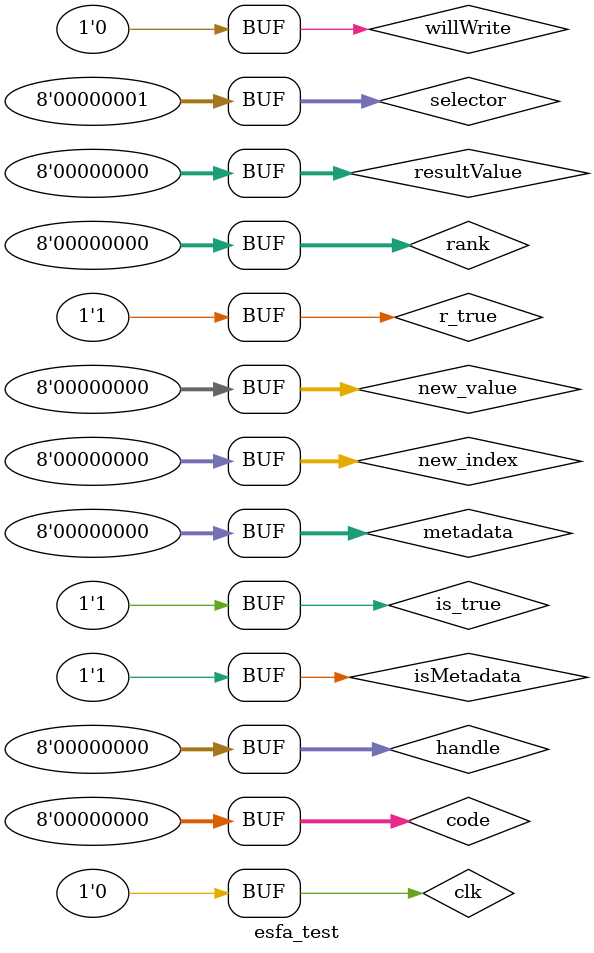
<source format=v>
`timescale 1ns / 1ps


module esfa_test;
    
    reg[0:0] clk = 0;
    reg[0:0] willWrite = 0;
    reg[7:0] new_index = 0;
    reg[7:0] new_value = 0;
    reg[7:0] metadata = 0;
    reg[0:0] isMetadata = 0;
    reg[7:0] rank = 0;
    reg[7:0] code = 0;
    reg[7:0] handle = 0;
    wire[0:0] resultBool;
    wire[7:0] resultValue;
    reg[7:0] selector = 0;
    
    reg[0:0] r_true = 1;
    wire is_true;
    assign is_true = r_true;
    
    always begin
        clk = 1; #14;
        clk = 0; #14;
    end
    
 
    assert a0(.clk(clk), .test(is_true));
    
    ESFADesign l1(
        .clk(clk),
        .in_willWrite(willWrite),
        .new_index(new_index),
        .new_value(new_value),
        .metadata(metadata),
        .isMetadata(isMetadata),
        .resultBool(resultBool),
        .resultValue(resultValue),
        .selector(selector)  
    );
    
    
    initial
    begin
        // update Basic test
        $display("update basic test, begin");
        #420 //wait for reset to complete
        r_true = (l1.reset == 0); #168
        r_true = (l1.c0.new_rank == 0); #168
        $display("assertions working correctly");
        
        //ESFAArrayOp().update(emptyArrayState, None, 0, 5)
        new_index = 0;
        new_value = 5;
        isMetadata = 1'b0;
        selector = 5;
        #168;
        r_true = (resultBool == 1); #168;
        r_true = (resultValue == 0); #168;
        r_true = 1;
        willWrite = 1;
        metadata = resultValue;
        isMetadata = resultBool;
        selector = 0;
        #168;
        isMetadata = 0;
        new_index = 0; 
        selector = 3;
        // CRITICAL FOR FUNCTIONAL TESTING: WILL_WRITE SHOULD ONLY BE HIGH FOR ONE CYCLE  
        willWrite = 0;
        #28;
        willWrite = 1;
        #28; // allow a cycle for outputs to stabilize, then write 
        willWrite = 0;
        #392
        willWrite = 0;
        
        
        
        r_true = (l1.c0.new_arrDef == 1'b1); #168
        r_true = (l1.c0.new_eltDef == 1'b1); #168
        r_true = (l1.c0.new_mark == 1'b0); #168
        r_true = (l1.c0.new_index == 0); #168
        r_true = (l1.c0.new_value == 5); #168
        r_true = (l1.c0.new_rank == 1); #168
        r_true = (l1.c0.new_low == 0); #168
        r_true = (l1.c0.new_high == 0); #168
        r_true = (resultValue == 0); #168
        r_true = 1;
       
        //ESFAArrayOp().update(state_and_handle._1, Some(0), 2, 10)
        isMetadata = 1'b1;
        metadata = 0;
        selector = 2;
        #168;
        r_true = (resultBool); #168;
        r_true = 1;
        code = resultValue;
        r_true = (code == 0); #168;
        r_true = 1;
        selector = 6;
        #168;
        r_true = (resultBool); #168;
        r_true = (resultValue == 1); #168;
        r_true = 1;
        rank = resultValue;
        r_true = (rank == 1); #168;
        r_true = 1;
        selector = 5;
        #168;
        r_true = (resultBool); #168;
        r_true = (resultValue == 1); #168;
        r_true = 1;
        metadata = resultValue;
        isMetadata = 1'b1;
        new_index = 2;
        new_value = 8'b1010;
        selector = 0;
        willWrite = 1;
        #168;
        willWrite = 0;
        new_index = 1; //we know from previous markAvailable that handle 1 was open, and we wrote to it
        metadata = code;
        new_value = rank;
        selector = 3;
        willWrite = 0;
        #28; // allow a cycle for outputs to stabilize, then write 
        willWrite = 1;
        #28; 
        willWrite = 0;
        #392;
        willWrite = 0;
        r_true = (resultBool); #168;
        r_true = 1;
      
        r_true = (l1.c0.new_arrDef == 1'b1); #168;
        r_true = (l1.c0.new_eltDef == 1'b1); #168;
        r_true = (l1.c0.new_mark == 1'b0); #168;
        r_true = (l1.c0.new_index == 0); #168;
        r_true = (l1.c0.new_value == 5); #168;
        r_true = (l1.c0.new_rank == 1); #168;
        r_true = (l1.c0.new_low == 0); #168;
        r_true = (l1.c0.new_high == 1); #168;
        
        r_true = (l1.c1.new_arrDef == 1'b1); #168;
        r_true = (l1.c1.new_eltDef == 1'b1); #168;
        r_true = (l1.c1.new_mark == 1'b0); #168;
        r_true = (l1.c1.new_index == 2); #168;
        r_true = (l1.c1.new_value == 8'b1010); #168;
        r_true = (l1.c1.new_rank == 2); #168;
        r_true = (l1.c1.new_low == 1); #168;
        r_true = (l1.c1.new_high == 1); #168;
        r_true = 1; 
        
        //ESFAArrayOp().update(state_and_handle._1, None, 4, 10)
        selector = 5;
        #168;
        r_true = (resultBool == 1); #168
        r_true = (resultValue == 2); #168
        r_true = 1;
        
        selector = 0;
        willWrite = 1;
        new_index = 4;
        new_value = 8'b1010;
        isMetadata = 1'b1;
        metadata = 2;
        #168;
        isMetadata = 0;
        new_index = 2; 
        selector = 3;
        willWrite = 0;
        #28; // allow a cycle for outputs to stabilize, then write 
        willWrite = 1;
        #28; 
        willWrite = 0;
        #392;
        
        r_true = (l1.c0.new_arrDef == 1'b1); #168;
        r_true = (l1.c0.new_eltDef == 1'b1); #168;
        r_true = (l1.c0.new_mark == 1'b0); #168;
        r_true = (l1.c0.new_index == 0); #168;
        r_true = (l1.c0.new_value == 5); #168;
        r_true = (l1.c0.new_rank == 1); #168;
        r_true = (l1.c0.new_low == 0); #168;
        r_true = (l1.c0.new_high == 1); #168;
        r_true = (l1.c0.handle == 0); #168;
        
        r_true = (l1.c1.new_arrDef == 1'b1); #168;
        r_true = (l1.c1.new_eltDef == 1'b1); #168;
        r_true = (l1.c1.new_mark == 1'b0); #168;
        r_true = (l1.c1.new_index == 2); #168;
        r_true = (l1.c1.new_value == 8'b1010); #168;
        r_true = (l1.c1.new_rank == 2); #168;
        r_true = (l1.c1.new_low == 1); #168;
        r_true = (l1.c1.new_high == 1); #168;
        r_true = (l1.c1.handle == 1); #168;
        
        r_true = (l1.c2.new_arrDef == 1'b1); #168;
        r_true = (l1.c2.new_eltDef == 1'b1); #168;
        r_true = (l1.c2.new_mark == 1'b0); #168;
        r_true = (l1.c2.new_index == 4); #168;
        r_true = (l1.c2.new_value == 8'b1010); #168;
        r_true = (l1.c2.new_rank == 1); #168;
        r_true = (l1.c2.new_low == 2); #168;
        r_true = (l1.c2.new_high == 2); #168;
        r_true = (l1.c2.handle == 2); #168;
        r_true = 1;
 
        
        //state_and_handle = ESFAArrayOp().update(state_and_handle._1, Some(2), 10, 21)
        isMetadata = 1;
        metadata = 2;
        selector = 2;
        #168;
        code = resultValue;
        r_true = (code == 2); #168;
        r_true = 1;
        selector = 6;
        #168;
        rank = resultValue;
        r_true = (rank == 1); #168;
        r_true = 1;
        selector = 5;
        #168;
        r_true = (resultValue == 3); #168;
        r_true = 1;
        isMetadata = 1;
        metadata = 3;
        new_index = 8'b1010;
        new_value = 8'b10101;
        selector = 0;
        willWrite = 1;
        #168
        willWrite = 0;
        new_index = 3;
        isMetadata = 1;
        metadata = code;
        new_value = rank;
        selector = 3;
        willWrite = 0;
        #28; // allow a cycle for outputs to stabilize, then write 
        willWrite = 1;
        #28; 
        willWrite = 0;
        #392;

        r_true = (l1.c0.new_arrDef == 1'b1); #168;
        r_true = (l1.c0.new_eltDef == 1'b1); #168;
        r_true = (l1.c0.new_mark == 1'b0); #168;
        r_true = (l1.c0.new_index == 0); #168;
        r_true = (l1.c0.new_value == 5); #168;
        r_true = (l1.c0.new_rank == 1); #168;
        r_true = (l1.c0.new_low == 0); #168;
        r_true = (l1.c0.new_high == 1); #168;
        r_true = (l1.c0.handle == 0); #168;
        
        r_true = (l1.c1.new_arrDef == 1'b1); #168;
        r_true = (l1.c1.new_eltDef == 1'b1); #168;
        r_true = (l1.c1.new_mark == 1'b0); #168;
        r_true = (l1.c1.new_index == 2); #168;
        r_true = (l1.c1.new_value == 8'b1010); #168;
        r_true = (l1.c1.new_rank == 2); #168;
        r_true = (l1.c1.new_low == 1); #168;
        r_true = (l1.c1.new_high == 1); #168;
        r_true = (l1.c1.handle == 1); #168;
        
        r_true = (l1.c3.new_arrDef == 1'b1); #168;
        r_true = (l1.c3.new_eltDef == 1'b1); #168;
        r_true = (l1.c3.new_mark == 1'b0); #168;
        r_true = (l1.c3.new_index == 8'b1010); #168;
        r_true = (l1.c3.new_value == 8'b10101); #168;
        r_true = (l1.c3.new_rank == 2); #168;
        r_true = (l1.c3.new_low == 3); #168;
        r_true = (l1.c3.new_high == 3); #168;
        r_true = (l1.c3.handle == 3); #168;
        
        r_true = (l1.c2.new_arrDef == 1'b1); #168;
        r_true = (l1.c2.new_eltDef == 1'b1); #168;
        r_true = (l1.c2.new_mark == 1'b0); #168;
        r_true = (l1.c2.new_index == 4); #168;
        r_true = (l1.c2.new_value == 8'b1010); #168;
        r_true = (l1.c2.new_rank == 1); #168;
        r_true = (l1.c2.new_low == 2); #168;
        r_true = (l1.c2.new_high == 3); #168;
        r_true = (l1.c2.handle == 2); #168;
        
        r_true = resultBool; #168;
        r_true = 1;
        
        //ESFAArrayOp().update(state_and_handle._1, Some(1), 9, 5)
        isMetadata = 1;
        metadata = 1;
        selector = 2;
        #168;
        code = resultValue;
        selector = 6;
        #168;
        rank = resultValue;
        selector = 5;
        #168;
        isMetadata = 1;
        handle = resultValue;
        metadata = resultValue;
        new_index = 8'b1001;
        new_value = 8'b101;
        selector = 0;
        willWrite = 1;
        #168
        willWrite = 0;
        new_index = handle;
        isMetadata = 1;
        metadata = code;
        new_value = rank;
        selector = 3;
        willWrite = 0;
        #28; // allow a cycle for outputs to stabilize, then write 
        willWrite = 1;
        #28; 
        willWrite = 0;
        willWrite = 0;
        #392;
        r_true = (l1.c0.new_arrDef == 1'b1); #168;
        r_true = (l1.c0.new_eltDef == 1'b1); #168;
        r_true = (l1.c0.new_mark == 1'b0); #168;
        r_true = (l1.c0.new_index == 0); #168;
        r_true = (l1.c0.new_value == 5); #168;
        r_true = (l1.c0.new_rank == 1); #168;
        r_true = (l1.c0.new_low == 0); #168;
        r_true = (l1.c0.new_high == 2); #168;
        r_true = (l1.c0.handle == 0); #168;
        r_true = (l1.c0.new_array_code == 0); #168;
        
        r_true = (l1.c1.new_arrDef == 1'b1); #168;
        r_true = (l1.c1.new_eltDef == 1'b1); #168;
        r_true = (l1.c1.new_mark == 1'b0); #168;
        r_true = (l1.c1.new_index == 2); #168;
        r_true = (l1.c1.new_value == 10); #168;
        r_true = (l1.c1.new_rank == 2); #168;
        r_true = (l1.c1.new_low == 1); #168;
        r_true = (l1.c1.new_high == 2); #168;
        r_true = (l1.c1.handle == 1); #168;
        r_true = (l1.c1.new_array_code == 1); #168;
        
        r_true = (l1.c3.new_arrDef == 1'b1); #168;
        r_true = (l1.c3.new_eltDef == 1'b1); #168;
        r_true = (l1.c3.new_mark == 1'b0); #168;
        r_true = (l1.c3.new_index == 10); #168;
        r_true = (l1.c3.new_value == 21); #168;
        r_true = (l1.c3.new_rank == 2); #168;
        r_true = (l1.c3.new_low == 4); #168;
        r_true = (l1.c3.new_high == 4); #168;
        r_true = (l1.c3.handle == 3); #168;
        r_true = (l1.c3.new_array_code == 4); #168;
        
        r_true = (l1.c2.new_arrDef == 1'b1); #168;
        r_true = (l1.c2.new_eltDef == 1'b1); #168;
        r_true = (l1.c2.new_mark == 1'b0); #168;
        r_true = (l1.c2.new_index == 4); #168;
        r_true = (l1.c2.new_value == 10); #168;
        r_true = (l1.c2.new_rank == 1); #168;
        r_true = (l1.c2.new_low == 3); #168;
        r_true = (l1.c2.new_high == 4); #168;
        r_true = (l1.c2.handle == 2); #168;
        r_true = (l1.c2.new_array_code == 3); #168;
        
        r_true = (l1.c4.new_arrDef == 1'b1); #168;
        r_true = (l1.c4.new_eltDef == 1'b1); #168;
        r_true = (l1.c4.new_mark == 1'b0); #168;
        r_true = (l1.c4.new_index == 9); #168;
        r_true = (l1.c4.new_value == 5); #168;
        r_true = (l1.c4.new_rank == 3); #168;
        r_true = (l1.c4.new_low == 2); #168;
        r_true = (l1.c4.new_high == 2); #168;
        r_true = (l1.c4.handle == 4); #168;
        r_true = (l1.c4.new_array_code == 2); #168;
        
        r_true = resultBool; #168;
        r_true = 1;
        
        //ESFAArrayOp().update(state_and_handle._1, Some(1), 11, 14)
        isMetadata = 1;
        metadata = 1;
        selector = 2;
        #168;
        code = resultValue;
        selector = 6;
        #168;
        rank = resultValue;
        selector = 5;
        #168;
        isMetadata = 1;
        handle = resultValue;
        metadata = resultValue;
        new_index = 8'b1011;
        new_value = 8'b1110;
        selector = 0;
        willWrite = 1;
        #168
        willWrite = 0;
        new_index = handle;
        isMetadata = 1;
        metadata = code;
        new_value = rank;
        selector = 3;
        willWrite = 0;
        #28; // allow a cycle for outputs to stabilize, then write 
        willWrite = 1;
        #28; 
        willWrite = 0;
        #392;
        
        r_true = (l1.c0.new_arrDef == 1'b1); #168;
        r_true = (l1.c0.new_eltDef == 1'b1); #168;
        r_true = (l1.c0.new_mark == 1'b0); #168;
        r_true = (l1.c0.new_index == 0); #168;
        r_true = (l1.c0.new_value == 5); #168;
        r_true = (l1.c0.new_rank == 1); #168;
        r_true = (l1.c0.new_low == 0); #168;
        r_true = (l1.c0.new_high == 3); #168;
        r_true = (l1.c0.handle == 0); #168;
        r_true = (l1.c0.new_array_code == 0); #168;
        
        r_true = (l1.c1.new_arrDef == 1'b1); #168;
        r_true = (l1.c1.new_eltDef == 1'b1); #168;
        r_true = (l1.c1.new_mark == 1'b0); #168;
        r_true = (l1.c1.new_index == 2); #168;
        r_true = (l1.c1.new_value == 10); #168;
        r_true = (l1.c1.new_rank == 2); #168;
        r_true = (l1.c1.new_low == 1); #168;
        r_true = (l1.c1.new_high == 3); #168;
        r_true = (l1.c1.handle == 1); #168;
        r_true = (l1.c1.new_array_code == 1); #168;
        
        r_true = (l1.c3.new_arrDef == 1'b1); #168;
        r_true = (l1.c3.new_eltDef == 1'b1); #168;
        r_true = (l1.c3.new_mark == 1'b0); #168;
        r_true = (l1.c3.new_index == 10); #168;
        r_true = (l1.c3.new_value == 21); #168;
        r_true = (l1.c3.new_rank == 2); #168;
        r_true = (l1.c3.new_low == 5); #168;
        r_true = (l1.c3.new_high == 5); #168;
        r_true = (l1.c3.handle == 3); #168;
        r_true = (l1.c3.new_array_code == 5); #168;
        
        r_true = (l1.c2.new_arrDef == 1'b1); #168;
        r_true = (l1.c2.new_eltDef == 1'b1); #168;
        r_true = (l1.c2.new_mark == 1'b0); #168;
        r_true = (l1.c2.new_index == 4); #168;
        r_true = (l1.c2.new_value == 10); #168;
        r_true = (l1.c2.new_rank == 1); #168;
        r_true = (l1.c2.new_low == 4); #168;
        r_true = (l1.c2.new_high == 5); #168;
        r_true = (l1.c2.handle == 2); #168;
        r_true = (l1.c2.new_array_code == 4); #168;
        
        r_true = (l1.c4.new_arrDef == 1'b1); #168;
        r_true = (l1.c4.new_eltDef == 1'b1); #168;
        r_true = (l1.c4.new_mark == 1'b0); #168;
        r_true = (l1.c4.new_index == 9); #168;
        r_true = (l1.c4.new_value == 5); #168;
        r_true = (l1.c4.new_rank == 3); #168;
        r_true = (l1.c4.new_low == 3); #168;
        r_true = (l1.c4.new_high == 3); #168;
        r_true = (l1.c4.handle == 4); #168;
        r_true = (l1.c4.new_array_code == 3); #168;
        
        r_true = (l1.c5.new_arrDef == 1'b1); #168;
        r_true = (l1.c5.new_eltDef == 1'b1); #168;
        r_true = (l1.c5.new_mark == 1'b0); #168;
        r_true = (l1.c5.new_index == 11); #168;
        r_true = (l1.c5.new_value == 14); #168;
        r_true = (l1.c5.new_rank == 3); #168;
        r_true = (l1.c5.new_low == 2); #168;
        r_true = (l1.c5.new_high == 2); #168;
        r_true = (l1.c5.handle == 5); #168;
        r_true = (l1.c5.new_array_code == 2); #168;
        
        r_true = resultBool;
        
        // ESFAArrayOp().lookUp(state_and_handle._1, 0, 0)
        isMetadata = 1;
        metadata = 0;
        selector = 2;
        #168;
        code = resultValue;
        metadata = code;
        isMetadata = 1;
        new_index = 0;
        selector = 1;
        #168
        
        r_true = resultBool; #168;
        r_true = (resultValue == 5); #168;
        r_true = 1;
        
        //ESFAArrayOp().lookUp(state_and_handle._1, 1, 0)
        isMetadata = 1;
        metadata = 1;
        selector = 2;
        #168;
        code = resultValue;
        metadata = code;
        isMetadata = 1;
        new_index = 0;
        selector = 1;
        #168
        
        r_true = resultBool; #168
        r_true = (resultValue == 5); #168
        r_true = 1;
        
        //ESFAArrayOp().lookUp(state_and_handle._1, 1, 2) 
        isMetadata = 1;
        metadata = 1;
        selector = 2;
        #168;
        code = resultValue;
        metadata = code;
        isMetadata = 1;
        new_index = 2;
        selector = 1;
        #168
        
        r_true = resultBool; #168;
        r_true = (resultValue == 10); #168;
        r_true = 1;
        
        //ESFAArrayOp().lookUp(state_and_handle._1, 3, 4)
        isMetadata = 1;
        metadata = 3;
        selector = 2;
        #168;
        code = resultValue;
        metadata = code;
        isMetadata = 1;
        new_index = 4;
        selector = 1;
        #168
        
        r_true = resultBool; #168;
        r_true = (resultValue == 10); #168;
        r_true = 1;
        
        //ESFAArrayOp().lookUp(state_and_handle._1, 5, 2)
        isMetadata = 1;
        metadata = 5;
        selector = 2;
        #168;
        code = resultValue;
        metadata = code;
        isMetadata = 1;
        new_index = 2;
        selector = 1;
        #168
        
        r_true = resultBool; #168;
        r_true = (resultValue == 10); #168;
        r_true = 1;
        
        //ESFAArrayOp().lookUp(state_and_handle._1, 5, 1)
        isMetadata = 1;
        metadata = 5;
        selector = 2;
        #168;
        code = resultValue;
        metadata = code;
        isMetadata = 1;
        new_index = 1;
        selector = 1;
        #168

        r_true = (resultBool == 0); #168; //there is no value with index 1 in sixth array 
        
        //ESFAArrayOp().delete(state_and_handle._1, 1)
        isMetadata = 1;
        metadata = 1;
        selector = 2;
        #168;
        
        code = resultValue;
        selector = 4;
        new_index = 1;
        metadata = code;
        
        willWrite = 0;
        #28;
        willWrite = 1;
        #28; // allow a cycle for outputs to stabilize, then write 
        willWrite = 0;
        #392;
        r_true = resultBool; #168;
        r_true = 1;
        
        
        r_true = (l1.c0.new_arrDef == 1'b1); #168;
        r_true = (l1.c0.new_eltDef == 1'b1); #168;
        r_true = (l1.c0.new_mark == 1'b0); #168;
        r_true = (l1.c0.new_index == 0); #168;
        r_true = (l1.c0.new_value == 5); #168;
        r_true = (l1.c0.new_rank == 1); #168;
        r_true = (l1.c0.new_low == 0); #168;
        r_true = (l1.c0.new_high == 2); #168;
        r_true = (l1.c0.handle == 0); #168;
        r_true = (l1.c0.new_array_code == 0); #168;
        
        r_true = (l1.c1.new_arrDef == 1'b0); #168;
        r_true = (l1.c1.new_eltDef == 1'b1); #168;
        r_true = (l1.c1.new_mark == 1'b0); #168;
        r_true = (l1.c1.new_index == 2); #168;
        r_true = (l1.c1.new_value == 10); #168;
        r_true = (l1.c1.new_rank == 0); #168;
        r_true = (l1.c1.new_low == 1); #168;
        r_true = (l1.c1.new_high == 2); #168;
        r_true = (l1.c1.handle == 1); #168;
        r_true = (l1.c1.new_array_code == 1); #168;
        
        r_true = (l1.c3.new_arrDef == 1'b1); #168;
        r_true = (l1.c3.new_eltDef == 1'b1); #168;
        r_true = (l1.c3.new_mark == 1'b0); #168;
        r_true = (l1.c3.new_index == 10); #168;
        r_true = (l1.c3.new_value == 21); #168;
        r_true = (l1.c3.new_rank == 2); #168;
        r_true = (l1.c3.new_low == 4); #168;
        r_true = (l1.c3.new_high == 4); #168;
        r_true = (l1.c3.handle == 3); #168;
        r_true = (l1.c3.new_array_code == 4); #168;
        
        r_true = (l1.c2.new_arrDef == 1'b1); #168;
        r_true = (l1.c2.new_eltDef == 1'b1); #168;
        r_true = (l1.c2.new_mark == 1'b0); #168;
        r_true = (l1.c2.new_index == 4); #168;
        r_true = (l1.c2.new_value == 10); #168;
        r_true = (l1.c2.new_rank == 1); #168;
        r_true = (l1.c2.new_low == 3); #168;
        r_true = (l1.c2.new_high == 4); #168;
        r_true = (l1.c2.handle == 2); #168;
        r_true = (l1.c2.new_array_code == 3); #168;
        
        r_true = (l1.c4.new_arrDef == 1'b1); #168;
        r_true = (l1.c4.new_eltDef == 1'b1); #168;
        r_true = (l1.c4.new_mark == 1'b0); #168;
        r_true = (l1.c4.new_index == 9); #168;
        r_true = (l1.c4.new_value == 5); #168;
        r_true = (l1.c4.new_rank == 3); #168;
        r_true = (l1.c4.new_low == 2); #168;
        r_true = (l1.c4.new_high == 2); #168;
        r_true = (l1.c4.handle == 4); #168;
        r_true = (l1.c4.new_array_code == 2); #168;
        
        r_true = (l1.c5.new_arrDef == 1'b1); #168;
        r_true = (l1.c5.new_eltDef == 1'b1); #168;
        r_true = (l1.c5.new_mark == 1'b0); #168;
        r_true = (l1.c5.new_index == 11); #168;
        r_true = (l1.c5.new_value == 14); #168;
        r_true = (l1.c5.new_rank == 3); #168;
        r_true = (l1.c5.new_low == 1); #168;
        r_true = (l1.c5.new_high == 1); #168;
        r_true = (l1.c5.handle == 5); #168;
        r_true = (l1.c5.new_array_code == 1); #168;
        r_true = 1;
        
        //ESFAArrayOp().delete(post_deletion_state, 4)
        isMetadata = 1;
        metadata = 4;
        selector = 2;
        #168;
        
        code = resultValue;
        selector = 4;
        new_index = 4;
        metadata = code;
        
        willWrite = 0;
        #28;
        willWrite = 1;
        #28; // allow a cycle for outputs to stabilize, then write 
        willWrite = 0;
        #392
        r_true = resultBool; #168;
        r_true = 1;
        
        //ESFAArrayOp().delete(post_deletion_state, 5)
        isMetadata = 1;
        metadata = 5;
        selector = 2;
        #168;
        
        code = resultValue;
        selector = 4;
        new_index = 5;
        metadata = code;
        
        willWrite = 0;
        #28;
        willWrite = 1;
        #28; // allow a cycle for outputs to stabilize, then write 
        willWrite = 0;
        #392;
        r_true = resultBool; #168;
        r_true = 1;
        
        r_true = (l1.c0.new_arrDef == 1'b1); #168
        r_true = (l1.c0.new_eltDef == 1'b1); #168
        r_true = (l1.c0.new_mark == 1'b0); #168
        r_true = (l1.c0.new_index == 0); #168
        r_true = (l1.c0.new_value == 5); #168
        r_true = (l1.c0.new_rank == 1); #168
        r_true = (l1.c0.new_low == 0); #168
        r_true = (l1.c0.new_high == 0); #168
        r_true = (l1.c0.handle == 0); #168
        r_true = (l1.c0.new_array_code == 0); #168
        
        r_true = (l1.c1.new_arrDef == 1'b0); #168
        r_true = (l1.c1.new_eltDef == 1'b0); #168
        r_true = (l1.c1.new_mark == 1'b0); #168
        
        r_true = (l1.c3.new_arrDef == 1'b1); #168
        r_true = (l1.c3.new_eltDef == 1'b1); #168
        r_true = (l1.c3.new_mark == 1'b0); #168
        r_true = (l1.c3.new_index == 10); #168
        r_true = (l1.c3.new_value == 21); #168
        r_true = (l1.c3.new_rank == 2); #168
        r_true = (l1.c3.new_low == 2); #168
        r_true = (l1.c3.new_high == 2); #168
        r_true = (l1.c3.handle == 3); #168
        r_true = (l1.c3.new_array_code == 2); #168
        
        r_true = (l1.c2.new_arrDef == 1'b1); #168
        r_true = (l1.c2.new_eltDef == 1'b1); #168
        r_true = (l1.c2.new_mark == 1'b0); #168
        r_true = (l1.c2.new_index == 4); #168
        r_true = (l1.c2.new_value == 10); #168
        r_true = (l1.c2.new_rank == 1); #168
        r_true = (l1.c2.new_low == 1); #168
        r_true = (l1.c2.new_high == 2); #168
        r_true = (l1.c2.handle == 2); #168
        r_true = (l1.c2.new_array_code == 1); #168
        
        r_true = (l1.c4.new_arrDef == 1'b0); #168
        r_true = (l1.c4.new_eltDef == 1'b0); #168
        r_true = (l1.c4.new_mark == 1'b0); #168
        
        r_true = (l1.c5.new_arrDef == 1'b0); #168
        r_true = (l1.c5.new_eltDef == 1'b0); #168
        r_true = (l1.c5.new_mark == 1'b0); #168

        //ESFAArrayOp().lookUp(post_deletion_state, 0, 0) 
        isMetadata = 1;
        metadata = 0;
        selector = 2;
        #168;
        code = resultValue;
        r_true = resultBool; #168;
        r_true = 1;
        metadata = code;
        isMetadata = 1;
        new_index = 0;
        selector = 1;
        #168
        
        r_true = resultBool; #168;
        r_true = (resultValue == 5); #168;
        
        
    end
   
    
endmodule

</source>
